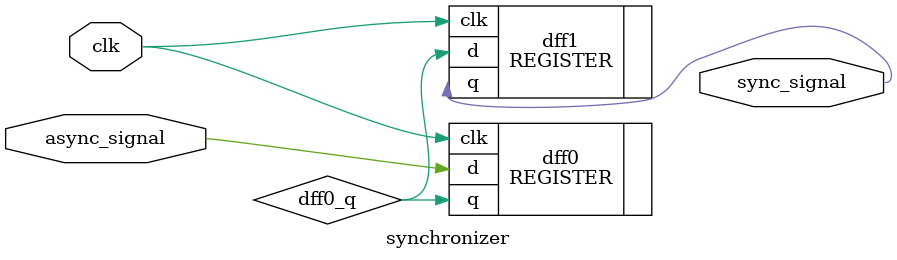
<source format=v>
`timescale 1ns/1ns

module synchronizer #(parameter WIDTH = 1) (
  input [WIDTH-1:0] async_signal,
  input clk,
  output [WIDTH-1:0] sync_signal
);

  wire [WIDTH-1:0] dff0_q;
  REGISTER #(.N(WIDTH)) dff0 (
    .q(dff0_q),
    .d(async_signal),
    .clk(clk)
  );

  REGISTER #(.N(WIDTH)) dff1 (
    .q(sync_signal),
    .d(dff0_q),
    .clk(clk)
  );
endmodule

</source>
